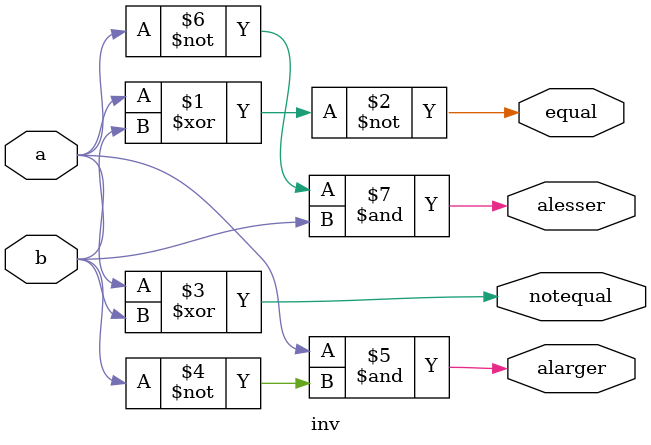
<source format=v>
`timescale 1ns / 1ps


module inv(
    input a,
    input b,
    output alarger,
    output alesser,
    output notequal,
    output equal
    );
assign equal = ~(a ^ b);
assign notequal = a ^ b;
assign alarger = a & (~b);
assign alesser = (~a) & b;
endmodule

</source>
